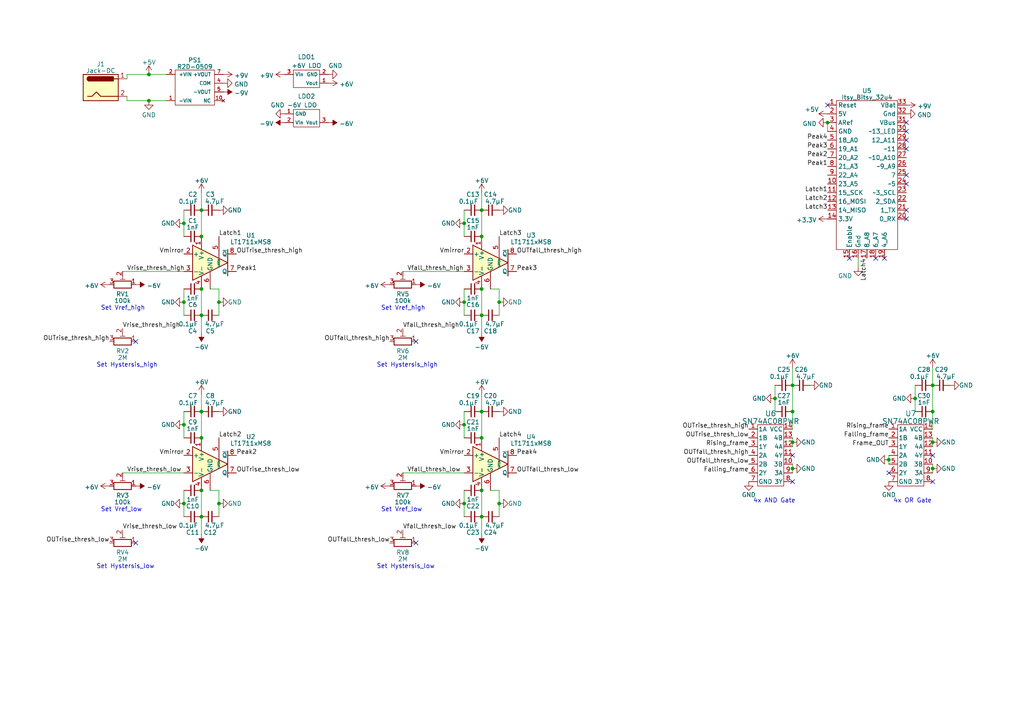
<source format=kicad_sch>
(kicad_sch (version 20230121) (generator eeschema)
  (paper "A4")
  (lib_symbols
    (symbol "Comparator:LT1711xMS8" (pin_names (offset 0.127))
      (property "Reference" "U" (at -5.08 7.62 0))
      (property "Value" "LT1711xMS8" (at 8.89 5.08 0))
      (symbol "LT1711xMS8_0_1"
        (polyline (pts (xy 5.08 3.81) (xy 5.08 -3.81)) (stroke (width 0.254)))
        (polyline (pts (xy -5.08 5.08) (xy 5.08 0) (xy -5.08 -5.08) (xy -5.08 5.08)) (stroke (width 0.254)) (fill (type background)))
      )
      (symbol "LT1711xMS8_1_1"
        (pin power_in line (at -2.54 7.62 270) (length 3.81) (name "V+") (number "1"))
        (pin input line (at -7.62 2.54 0) (length 2.54) (name "+") (number "2"))
        (pin input line (at -7.62 -2.54 0) (length 2.54) (name "-") (number "3"))
        (pin power_in line (at -2.54 -7.62 90) (length 3.81) (name "V-") (number "4"))
        (pin input line (at 2.54 7.62 270) (length 6.35) (name "LATCH") (number "5"))
        (pin power_in line (at 0 -7.62 90) (length 5.08) (name "GND") (number "6"))
        (pin output line (at 7.62 -2.54 180) (length 2.54) (name "Q") (number "7"))
        (pin output line (at 7.62 2.54 180) (length 2.54) (name "~{Q}") (number "8"))
      )
    )
    (symbol "Connector:Jack-DC" (pin_names (offset 1.016))
      (property "Reference" "J" (at 0 5.334 0))
      (property "Value" "Jack-DC" (at 0 -5.08 0))
      (symbol "Jack-DC_0_1"
        (rectangle (start -5.08 3.81) (end 5.08 -3.81) (stroke (width 0.254)) (fill (type background)))
        (arc (start -3.302 3.175) (mid -3.9343 2.54) (end -3.302 1.905) (stroke (width 0.254)))
        (arc (start -3.302 3.175) (mid -3.9343 2.54) (end -3.302 1.905) (stroke (width 0.254)) (fill (type outline)))
        (polyline (pts (xy 5.08 2.54) (xy 3.81 2.54)) (stroke (width 0.254)))
        (polyline (pts (xy -3.81 -2.54) (xy -2.54 -2.54) (xy -1.27 -1.27) (xy 0 -2.54) (xy 2.54 -2.54) (xy 5.08 -2.54)) (stroke (width 0.254)))
        (rectangle (start 3.683 3.175) (end -3.302 1.905) (stroke (width 0.254)) (fill (type outline)))
      )
      (symbol "Jack-DC_1_1"
        (pin passive line (at 7.62 2.54 180) (length 2.54) (name "~") (number "1"))
        (pin passive line (at 7.62 -2.54 180) (length 2.54) (name "~") (number "2"))
      )
    )
    (symbol "Custom:-6V_LDO"
      (property "Reference" "LDO" (at 0 0 0))
      (symbol "-6V_LDO_0_1"
        (rectangle (start -3.81 -1.27) (end 3.81 -6.35))
      )
      (symbol "-6V_LDO_1_0"
        (pin power_in line (at -6.35 -2.54 0) (length 2.54) (name "GND") (number "1"))
        (pin power_in line (at -6.35 -5.08 0) (length 2.54) (name "Vin") (number "2"))
        (pin power_in line (at 6.35 -5.08 180) (length 2.54) (name "Vout") (number "3"))
      )
    )
    (symbol "Custom:6V_LDO"
      (property "Reference" "LDO" (at 2.54 1.27 0))
      (symbol "6V_LDO_0_1"
        (rectangle (start 0 -1.27) (end 7.62 -6.35))
      )
      (symbol "6V_LDO_1_0"
        (pin power_in line (at -2.54 -2.54 0) (length 2.54) (name "Vout") (number "1"))
        (pin power_in line (at -2.54 -5.08 0) (length 2.54) (name "GND") (number "2"))
        (pin power_in line (at 10.16 -5.08 180) (length 2.54) (name "Vin") (number "3"))
      )
    )
    (symbol "Custom:R2D-0509" (pin_names (offset 1.016))
      (property "Reference" "PS" (at -8.89 11.43 0))
      (property "Value" "R2D-0509" (at -8.89 8.89 0))
      (symbol "R2D-0509_0_1"
        (rectangle (start -10.16 8.89) (end 1.27 -1.27))
      )
      (symbol "R2D-0509_1_0"
        (pin input line (at -12.7 0 0) (length 2.54) (name "-VIN") (number "1"))
        (pin no_connect line (at 3.81 0 180) (length 2.54) (name "NC") (number "10"))
        (pin input line (at -12.7 7.62 0) (length 2.54) (name "+VIN") (number "2"))
        (pin power_in line (at 3.81 5.08 180) (length 2.54) (name "COM") (number "4"))
        (pin output line (at 3.81 2.54 180) (length 2.54) (name "-VOUT") (number "5"))
        (pin output line (at 3.81 7.62 180) (length 2.54) (name "+VOUT") (number "7"))
      )
    )
    (symbol "Custom:SN74AC08PWR" (pin_names (offset 0.254))
      (property "Reference" "U" (at 10.16 5.08 0))
      (property "Value" "SN74AC08PWR" (at 10.16 2.54 0))
      (symbol "SN74AC08PWR_1_1"
        (rectangle (start 7.62 1.27) (end 15.24 -16.51))
        (pin input line (at 5.08 0 0) (length 2.54) (name "1A") (number "1"))
        (pin input line (at 17.78 -10.16 180) (length 2.54) (name "3B") (number "10"))
        (pin output line (at 17.78 -7.62 180) (length 2.54) (name "4Y") (number "11"))
        (pin input line (at 17.78 -5.08 180) (length 2.54) (name "4A") (number "12"))
        (pin input line (at 17.78 -2.54 180) (length 2.54) (name "4B") (number "13"))
        (pin power_in line (at 17.78 0 180) (length 2.54) (name "VCC") (number "14"))
        (pin input line (at 5.08 -2.54 0) (length 2.54) (name "1B") (number "2"))
        (pin output line (at 5.08 -5.08 0) (length 2.54) (name "1Y") (number "3"))
        (pin input line (at 5.08 -7.62 0) (length 2.54) (name "2A") (number "4"))
        (pin input line (at 5.08 -10.16 0) (length 2.54) (name "2B") (number "5"))
        (pin output line (at 5.08 -12.7 0) (length 2.54) (name "2Y") (number "6"))
        (pin power_in line (at 5.08 -15.24 0) (length 2.54) (name "GND") (number "7"))
        (pin output line (at 17.78 -15.24 180) (length 2.54) (name "3Y") (number "8"))
        (pin input line (at 17.78 -12.7 180) (length 2.54) (name "3A") (number "9"))
      )
    )
    (symbol "Device:C_Small" (pin_numbers hide) (pin_names (offset 0.254) hide)
      (property "Reference" "C" (at 0.254 1.778 0))
      (property "Value" "C_Small" (at 0.254 -2.032 0))
      (symbol "C_Small_0_1"
        (polyline (pts (xy -1.524 -0.508) (xy 1.524 -0.508)) (stroke (width 0.3302)))
        (polyline (pts (xy -1.524 0.508) (xy 1.524 0.508)) (stroke (width 0.3048)))
      )
      (symbol "C_Small_1_1"
        (pin passive line (at 0 2.54 270) (length 2.032) (name "~") (number "1"))
        (pin passive line (at 0 -2.54 90) (length 2.032) (name "~") (number "2"))
      )
    )
    (symbol "Device:R_Potentiometer_Trim" (pin_names (offset 1.016) hide)
      (property "Reference" "RV" (at -4.445 0 90))
      (property "Value" "R_Potentiometer_Trim" (at -2.54 0 90))
      (symbol "R_Potentiometer_Trim_0_1"
        (polyline (pts (xy 1.524 0.762) (xy 1.524 -0.762)))
        (polyline (pts (xy 2.54 0) (xy 1.524 0)))
        (rectangle (start 1.016 2.54) (end -1.016 -2.54) (stroke (width 0.254)))
      )
      (symbol "R_Potentiometer_Trim_1_1"
        (pin passive line (at 0 3.81 270) (length 1.27) (name "1") (number "1"))
        (pin passive line (at 3.81 0 180) (length 1.27) (name "2") (number "2"))
        (pin passive line (at 0 -3.81 90) (length 1.27) (name "3") (number "3"))
      )
    )
    (symbol "custom:Itsy_Bitsy_32u4"
      (property "Reference" "U" (at 10.16 5.08 0))
      (property "Value" "Itsy_Bitsy_32u4" (at 11.43 2.54 0))
      (symbol "Itsy_Bitsy_32u4_0_0"
        (pin input line (at 0 0 0) (length 2.54) (name "Reset") (number "1"))
        (pin input line (at 0 -22.86 0) (length 2.54) (name "23_A5") (number "10"))
        (pin input line (at 0 -25.4 0) (length 2.54) (name "15_SCK") (number "11"))
        (pin input line (at 0 -27.94 0) (length 2.54) (name "16_MOSI") (number "12"))
        (pin input line (at 0 -30.48 0) (length 2.54) (name "14_MISO") (number "13"))
        (pin input line (at 0 -33.02 0) (length 2.54) (name "3.3V") (number "14"))
        (pin input line (at 6.35 -44.45 90) (length 2.54) (name "Enable") (number "15"))
        (pin power_in line (at 8.89 -44.45 90) (length 2.54) (name "Gnd") (number "16"))
        (pin input line (at 11.43 -44.45 90) (length 2.54) (name "8_A8") (number "17"))
        (pin input line (at 13.97 -44.45 90) (length 2.54) (name "6_A7") (number "18"))
        (pin input line (at 16.51 -44.45 90) (length 2.54) (name "4_A6") (number "19"))
        (pin power_in line (at 0 -2.54 0) (length 2.54) (name "5V") (number "2"))
        (pin input line (at 22.86 -33.02 180) (length 2.54) (name "0_RX") (number "20"))
        (pin input line (at 22.86 -30.48 180) (length 2.54) (name "1_TX") (number "21"))
        (pin input line (at 22.86 -27.94 180) (length 2.54) (name "2_SDA") (number "22"))
        (pin input line (at 22.86 -25.4 180) (length 2.54) (name "~3_SCL") (number "23"))
        (pin input line (at 22.86 -22.86 180) (length 2.54) (name "~5") (number "24"))
        (pin input line (at 22.86 -20.32 180) (length 2.54) (name "7") (number "25"))
        (pin input line (at 22.86 -17.78 180) (length 2.54) (name "~9_A9") (number "26"))
        (pin input line (at 22.86 -15.24 180) (length 2.54) (name "~10_A10") (number "27"))
        (pin input line (at 22.86 -12.7 180) (length 2.54) (name "~11") (number "28"))
        (pin input line (at 22.86 -10.16 180) (length 2.54) (name "12_A11") (number "29"))
        (pin input line (at 0 -5.08 0) (length 2.54) (name "ARef") (number "3"))
        (pin input line (at 22.86 -7.62 180) (length 2.54) (name "~13_LED") (number "30"))
        (pin power_in line (at 22.86 -5.08 180) (length 2.54) (name "VBus") (number "31"))
        (pin power_in line (at 22.86 -2.54 180) (length 2.54) (name "Gnd") (number "32"))
        (pin power_in line (at 22.86 0 180) (length 2.54) (name "VBat") (number "33"))
        (pin power_in line (at 0 -7.62 0) (length 2.54) (name "GND") (number "4"))
        (pin input line (at 0 -10.16 0) (length 2.54) (name "18_A0") (number "5"))
        (pin input line (at 0 -12.7 0) (length 2.54) (name "19_A1") (number "6"))
        (pin input line (at 0 -15.24 0) (length 2.54) (name "20_A2") (number "7"))
        (pin input line (at 0 -17.78 0) (length 2.54) (name "21_A3") (number "8"))
        (pin input line (at 0 -20.32 0) (length 2.54) (name "22_A4") (number "9"))
      )
      (symbol "Itsy_Bitsy_32u4_0_1"
        (rectangle (start 2.54 1.27) (end 20.32 -41.91))
      )
    )
    (symbol "power:+3.3V" (power) (pin_names (offset 0))
      (property "Value" "+3.3V" (at 0 3.556 0))
      (symbol "+3.3V_0_1"
        (polyline (pts (xy -0.762 1.27) (xy 0 2.54)))
        (polyline (pts (xy 0 0) (xy 0 2.54)))
        (polyline (pts (xy 0 2.54) (xy 0.762 1.27)))
      )
      (symbol "+3.3V_1_1"
        (pin power_in line (at 0 0 90) (length 0) hide (name "+3.3V") (number "1"))
      )
    )
    (symbol "power:+5V" (power) (pin_names (offset 0))
      (property "Value" "+5V" (at 0 3.556 0))
      (symbol "+5V_0_1"
        (polyline (pts (xy -0.762 1.27) (xy 0 2.54)))
        (polyline (pts (xy 0 0) (xy 0 2.54)))
        (polyline (pts (xy 0 2.54) (xy 0.762 1.27)))
      )
      (symbol "+5V_1_1"
        (pin power_in line (at 0 0 90) (length 0) hide (name "+5V") (number "1"))
      )
    )
    (symbol "power:+6V" (power) (pin_names (offset 0))
      (property "Value" "+6V" (at 0 3.556 0))
      (symbol "+6V_0_1"
        (polyline (pts (xy -0.762 1.27) (xy 0 2.54)))
        (polyline (pts (xy 0 0) (xy 0 2.54)))
        (polyline (pts (xy 0 2.54) (xy 0.762 1.27)))
      )
      (symbol "+6V_1_1"
        (pin power_in line (at 0 0 90) (length 0) hide (name "+6V") (number "1"))
      )
    )
    (symbol "power:+9V" (power) (pin_names (offset 0))
      (property "Value" "+9V" (at 0 3.556 0))
      (symbol "+9V_0_1"
        (polyline (pts (xy -0.762 1.27) (xy 0 2.54)))
        (polyline (pts (xy 0 0) (xy 0 2.54)))
        (polyline (pts (xy 0 2.54) (xy 0.762 1.27)))
      )
      (symbol "+9V_1_1"
        (pin power_in line (at 0 0 90) (length 0) hide (name "+9V") (number "1"))
      )
    )
    (symbol "power:-6V" (power) (pin_names (offset 0))
      (property "Value" "-6V" (at 0 3.81 0))
      (symbol "-6V_0_0"
        (pin power_in line (at 0 0 90) (length 0) hide (name "-6V") (number "1"))
      )
      (symbol "-6V_0_1"
        (polyline (pts (xy 0 0) (xy 0 1.27) (xy 0.762 1.27) (xy 0 2.54) (xy -0.762 1.27) (xy 0 1.27)) (fill (type outline)))
      )
    )
    (symbol "power:-9V" (power) (pin_names (offset 0))
      (property "Value" "-9V" (at 0 3.81 0))
      (symbol "-9V_0_1"
        (polyline (pts (xy 0 0) (xy 0 2.54)))
        (polyline (pts (xy 0.762 1.27) (xy -0.762 1.27) (xy 0 2.54) (xy 0.762 1.27)) (fill (type outline)))
      )
      (symbol "-9V_1_1"
        (pin power_in line (at 0 0 90) (length 0) hide (name "-9V") (number "1"))
      )
    )
    (symbol "power:GND" (power) (pin_names (offset 0))
      (property "Value" "GND" (at 0 -3.81 0))
      (symbol "GND_0_1"
        (polyline (pts (xy 0 0) (xy 0 -1.27) (xy 1.27 -1.27) (xy 0 -2.54) (xy -1.27 -1.27) (xy 0 -1.27)))
      )
      (symbol "GND_1_1"
        (pin power_in line (at 0 0 270) (length 0) hide (name "GND") (number "1"))
      )
    )
  )
  (junction (at 58.42 83.82))
  (junction (at 58.42 68.58))
  (junction (at 58.42 127))
  (junction (at 53.34 146.05))
  (junction (at 139.7 142.24))
  (junction (at 265.43 115.57))
  (junction (at 58.42 149.86))
  (junction (at 43.18 29.21))
  (junction (at 144.78 87.63))
  (junction (at 63.5 146.05))
  (junction (at 53.34 123.19))
  (junction (at 134.62 87.63))
  (junction (at 63.5 87.63))
  (junction (at 144.78 146.05))
  (junction (at 229.87 119.38))
  (junction (at 270.51 119.38))
  (junction (at 270.51 111.76))
  (junction (at 257.81 133.35))
  (junction (at 134.62 123.19))
  (junction (at 270.51 135.89))
  (junction (at 134.62 64.77))
  (junction (at 139.7 127))
  (junction (at 139.7 68.58))
  (junction (at 58.42 142.24))
  (junction (at 240.03 35.56))
  (junction (at 139.7 91.44))
  (junction (at 224.79 115.57))
  (junction (at 229.87 111.76))
  (junction (at 139.7 83.82))
  (junction (at 229.87 128.27))
  (junction (at 53.34 64.77))
  (junction (at 229.87 135.89))
  (junction (at 58.42 119.38))
  (junction (at 53.34 87.63))
  (junction (at 58.42 60.96))
  (junction (at 139.7 60.96))
  (junction (at 139.7 119.38))
  (junction (at 43.18 21.59))
  (junction (at 139.7 149.86))
  (junction (at 58.42 91.44))
  (junction (at 134.62 146.05))
  (junction (at 270.51 128.27))
  (no_connect (at 262.89 63.5))
  (no_connect (at 254 74.93))
  (no_connect (at 262.89 40.64))
  (no_connect (at 120.65 99.06))
  (no_connect (at 270.51 139.7))
  (no_connect (at 257.81 137.16))
  (no_connect (at 229.87 139.7))
  (no_connect (at 262.89 38.1))
  (no_connect (at 39.37 157.48))
  (no_connect (at 262.89 43.18))
  (no_connect (at 262.89 35.56))
  (no_connect (at 39.37 99.06))
  (no_connect (at 270.51 132.08))
  (no_connect (at 229.87 132.08))
  (no_connect (at 262.89 53.34))
  (no_connect (at 246.38 74.93))
  (no_connect (at 120.65 157.48))
  (no_connect (at 240.03 30.48))
  (no_connect (at 262.89 60.96))
  (no_connect (at 262.89 50.8))
  (no_connect (at 256.54 74.93))
  (wire (pts (xy 257.81 133.35) (xy 257.81 134.62)))
  (wire (pts (xy 257.81 132.08) (xy 257.81 133.35)))
  (wire (pts (xy 134.62 146.05) (xy 134.62 142.24)))
  (wire (pts (xy 248.92 74.93) (xy 248.92 77.47)))
  (wire (pts (xy 134.62 64.77) (xy 134.62 68.58)))
  (wire (pts (xy 270.51 106.68) (xy 270.51 111.76)))
  (wire (pts (xy 240.03 35.56) (xy 240.03 38.1)))
  (wire (pts (xy 60.96 142.24) (xy 63.5 142.24)))
  (wire (pts (xy 58.42 154.94) (xy 58.42 149.86)))
  (wire (pts (xy 139.7 55.88) (xy 139.7 60.96)))
  (wire (pts (xy 36.83 27.94) (xy 36.83 29.21)))
  (wire (pts (xy 53.34 60.96) (xy 53.34 64.77)))
  (wire (pts (xy 270.51 127) (xy 270.51 128.27)))
  (wire (pts (xy 139.7 114.3) (xy 139.7 119.38)))
  (wire (pts (xy 144.78 142.24) (xy 144.78 146.05)))
  (wire (pts (xy 58.42 96.52) (xy 58.42 91.44)))
  (wire (pts (xy 224.79 111.76) (xy 224.79 115.57)))
  (wire (pts (xy 270.51 128.27) (xy 270.51 129.54)))
  (wire (pts (xy 134.62 91.44) (xy 134.62 87.63)))
  (wire (pts (xy 58.42 114.3) (xy 58.42 119.38)))
  (wire (pts (xy 53.34 64.77) (xy 53.34 68.58)))
  (wire (pts (xy 53.34 87.63) (xy 53.34 83.82)))
  (wire (pts (xy 144.78 83.82) (xy 144.78 87.63)))
  (wire (pts (xy 35.56 78.74) (xy 53.34 78.74)))
  (wire (pts (xy 58.42 119.38) (xy 58.42 127)))
  (wire (pts (xy 144.78 87.63) (xy 144.78 91.44)))
  (wire (pts (xy 63.5 142.24) (xy 63.5 146.05)))
  (wire (pts (xy 139.7 149.86) (xy 139.7 142.24)))
  (wire (pts (xy 53.34 146.05) (xy 53.34 142.24)))
  (wire (pts (xy 270.51 119.38) (xy 270.51 124.46)))
  (wire (pts (xy 36.83 29.21) (xy 43.18 29.21)))
  (wire (pts (xy 139.7 91.44) (xy 139.7 83.82)))
  (wire (pts (xy 35.56 137.16) (xy 53.34 137.16)))
  (wire (pts (xy 43.18 29.21) (xy 48.26 29.21)))
  (wire (pts (xy 63.5 146.05) (xy 63.5 149.86)))
  (wire (pts (xy 134.62 60.96) (xy 134.62 64.77)))
  (wire (pts (xy 229.87 128.27) (xy 229.87 129.54)))
  (wire (pts (xy 139.7 96.52) (xy 139.7 91.44)))
  (wire (pts (xy 229.87 106.68) (xy 229.87 111.76)))
  (wire (pts (xy 229.87 119.38) (xy 229.87 124.46)))
  (wire (pts (xy 53.34 123.19) (xy 53.34 127)))
  (wire (pts (xy 142.24 83.82) (xy 144.78 83.82)))
  (wire (pts (xy 270.51 134.62) (xy 270.51 135.89)))
  (wire (pts (xy 265.43 115.57) (xy 265.43 119.38)))
  (wire (pts (xy 58.42 60.96) (xy 58.42 68.58)))
  (wire (pts (xy 60.96 83.82) (xy 63.5 83.82)))
  (wire (pts (xy 116.84 137.16) (xy 134.62 137.16)))
  (wire (pts (xy 229.87 127) (xy 229.87 128.27)))
  (wire (pts (xy 139.7 154.94) (xy 139.7 149.86)))
  (wire (pts (xy 229.87 134.62) (xy 229.87 135.89)))
  (wire (pts (xy 134.62 149.86) (xy 134.62 146.05)))
  (wire (pts (xy 36.83 22.86) (xy 36.83 21.59)))
  (wire (pts (xy 63.5 87.63) (xy 63.5 91.44)))
  (wire (pts (xy 134.62 87.63) (xy 134.62 83.82)))
  (wire (pts (xy 270.51 135.89) (xy 270.51 137.16)))
  (wire (pts (xy 224.79 115.57) (xy 224.79 119.38)))
  (wire (pts (xy 270.51 111.76) (xy 270.51 119.38)))
  (wire (pts (xy 53.34 91.44) (xy 53.34 87.63)))
  (wire (pts (xy 63.5 83.82) (xy 63.5 87.63)))
  (wire (pts (xy 58.42 149.86) (xy 58.42 142.24)))
  (wire (pts (xy 43.18 21.59) (xy 48.26 21.59)))
  (wire (pts (xy 36.83 21.59) (xy 43.18 21.59)))
  (wire (pts (xy 265.43 111.76) (xy 265.43 115.57)))
  (wire (pts (xy 229.87 111.76) (xy 229.87 119.38)))
  (wire (pts (xy 134.62 123.19) (xy 134.62 127)))
  (wire (pts (xy 139.7 60.96) (xy 139.7 68.58)))
  (wire (pts (xy 139.7 119.38) (xy 139.7 127)))
  (wire (pts (xy 134.62 119.38) (xy 134.62 123.19)))
  (wire (pts (xy 116.84 78.74) (xy 134.62 78.74)))
  (wire (pts (xy 53.34 149.86) (xy 53.34 146.05)))
  (wire (pts (xy 142.24 142.24) (xy 144.78 142.24)))
  (wire (pts (xy 58.42 55.88) (xy 58.42 60.96)))
  (wire (pts (xy 229.87 135.89) (xy 229.87 137.16)))
  (wire (pts (xy 144.78 146.05) (xy 144.78 149.86)))
  (wire (pts (xy 58.42 91.44) (xy 58.42 83.82)))
  (wire (pts (xy 53.34 119.38) (xy 53.34 123.19)))
  (text "4x OR Gate" (at 259.08 146.05 0) (effects (font (size 1.27 1.27)) (justify left bottom)))
  (text "Set Vref_low" (at 29.21 148.59 0) (effects (font (size 1.27 1.27)) (justify left bottom)))
  (text "Set Vref_low" (at 110.49 148.59 0) (effects (font (size 1.27 1.27)) (justify left bottom)))
  (text "Set Vref_high" (at 29.21 90.17 0) (effects (font (size 1.27 1.27)) (justify left bottom)))
  (text "Set Hystersis_low" (at 109.22 165.1 0) (effects (font (size 1.27 1.27)) (justify left bottom)))
  (text "Set Hystersis_high" (at 109.22 106.68 0) (effects (font (size 1.27 1.27)) (justify left bottom)))
  (text "Set Hystersis_low" (at 27.94 165.1 0) (effects (font (size 1.27 1.27)) (justify left bottom)))
  (text "Set Vref_high" (at 110.49 90.17 0) (effects (font (size 1.27 1.27)) (justify left bottom)))
  (text "Set Hystersis_high" (at 27.94 106.68 0) (effects (font (size 1.27 1.27)) (justify left bottom)))
  (text "4x AND Gate" (at 218.44 146.05 0) (effects (font (size 1.27 1.27)) (justify left bottom)))
  (label "Vmirror" (at 53.34 132.08 180))
  (label "OUTfall_thresh_low" (at 149.86 137.16 0))
  (label "Peak4" (at 240.03 40.64 180))
  (label "OUTfall_thresh_low" (at 113.03 157.48 180))
  (label "Latch1" (at 63.5 68.58 0))
  (label "Peak1" (at 240.03 48.26 180))
  (label "Falling_frame" (at 257.81 127 180))
  (label "Vfall_thresh_high" (at 116.84 95.25 0))
  (label "Latch4" (at 251.46 74.93 270))
  (label "Latch2" (at 240.03 58.42 180))
  (label "Peak2" (at 68.58 132.08 0))
  (label "Vrise_thresh_high" (at 35.56 95.25 0))
  (label "OUTrise_thresh_low" (at 68.58 137.16 0))
  (label "Vfall_thresh_high" (at 118.11 78.74 0))
  (label "OUTfall_thresh_low" (at 217.17 134.62 180))
  (label "OUTrise_thresh_low" (at 217.17 127 180))
  (label "OUTfall_thresh_high" (at 149.86 73.66 0))
  (label "Vmirror" (at 134.62 73.66 180))
  (label "OUTrise_thresh_low" (at 31.75 157.48 180))
  (label "Latch4" (at 144.78 127 0))
  (label "Peak1" (at 68.58 78.74 0))
  (label "Frame_OUT" (at 257.81 129.54 180))
  (label "OUTrise_thresh_high" (at 68.58 73.66 0))
  (label "Latch3" (at 240.03 60.96 180))
  (label "Vfall_thresh_low" (at 116.84 153.67 0))
  (label "Latch1" (at 240.03 55.88 180))
  (label "Vrise_thresh_low" (at 36.83 137.16 0))
  (label "Falling_frame" (at 217.17 137.16 180))
  (label "Vrise_thresh_high" (at 36.83 78.74 0))
  (label "Vfall_thresh_low" (at 118.11 137.16 0))
  (label "OUTrise_thresh_high" (at 31.75 99.06 180))
  (label "Latch2" (at 63.5 127 0))
  (label "Peak3" (at 149.86 78.74 0))
  (label "OUTfall_thresh_high" (at 113.03 99.06 180))
  (label "Peak3" (at 240.03 43.18 180))
  (label "Vmirror" (at 134.62 132.08 180))
  (label "Latch3" (at 144.78 68.58 0))
  (label "OUTfall_thresh_high" (at 217.17 132.08 180))
  (label "Rising_frame" (at 217.17 129.54 180))
  (label "OUTrise_thresh_high" (at 217.17 124.46 180))
  (label "Vrise_thresh_low" (at 35.56 153.67 0))
  (label "Peak4" (at 149.86 132.08 0))
  (label "Peak2" (at 240.03 45.72 180))
  (label "Rising_frame" (at 257.81 124.46 180))
  (label "Vmirror" (at 53.34 73.66 180))
  (symbol (lib_id "power:GND") (at 265.43 115.57 270) (mirror x) (unit 1)
    (property "Reference" "#PWR058" (effects hide))
    (property "Value" "GND" (at 262.89 115.57 90) (effects (justify right)))
  )
  (symbol (lib_id "power:GND") (at 63.5 60.96 90) (mirror x) (unit 1)
    (property "Reference" "#PWR015" (effects hide))
    (property "Value" "GND" (at 66.04 60.96 90) (effects (justify right)))
  )
  (symbol (lib_id "power:GND") (at 248.92 77.47 0) (unit 1)
    (property "Reference" "#PWR049" (effects hide))
    (property "Value" "GND" (at 245.11 80.01 0))
  )
  (symbol (lib_id "power:GND") (at 144.78 60.96 90) (mirror x) (unit 1)
    (property "Reference" "#PWR030" (effects hide))
    (property "Value" "GND" (at 147.32 60.96 90) (effects (justify right)))
  )
  (symbol (lib_id "power:GND") (at 64.77 24.13 90) (unit 1)
    (property "Reference" "#PWR04" (effects hide))
    (property "Value" "GND" (at 67.945 24.4468 90) (effects (justify right)))
  )
  (symbol (lib_id "power:GND") (at 53.34 64.77 270) (mirror x) (unit 1)
    (property "Reference" "#PWR016" (effects hide))
    (property "Value" "GND" (at 50.8 64.77 90) (effects (justify right)))
  )
  (symbol (lib_id "power:-9V") (at 82.55 35.56 90) (unit 1)
    (property "Reference" "#PWR07" (effects hide))
    (property "Value" "-9V" (at 79.3751 35.8768 90) (effects (justify left)))
  )
  (symbol (lib_id "Device:C_Small") (at 137.16 68.58 90) (unit 1)
    (property "Reference" "C15" (at 137.1663 64.008 90))
    (property "Value" "1nF" (at 137.1663 65.929 90))
    (property "Footprint" "Capacitor_SMD:C_0603_1608Metric" (effects hide))
    (property "Datasheet" "https://product.tdk.com/en/system/files?file=dam/doc/product/capacitor/ceramic/mlcc/catalog/mlcc_automotive_midvoltage_en.pdf" (effects hide))
    (property "Manufacturer" "TDK Corporation" (effects hide))
    (property "Part" "CGA3E2X7R2A102K080AA" (effects hide))
  )
  (symbol (lib_id "power:-6V") (at 39.37 82.55 270) (unit 1)
    (property "Reference" "#PWR019" (effects hide))
    (property "Value" "-6V" (at 42.545 82.8668 90) (effects (justify left)))
  )
  (symbol (lib_id "power:GND") (at 257.81 133.35 270) (mirror x) (unit 1)
    (property "Reference" "#PWR062" (effects hide))
    (property "Value" "GND" (at 255.27 133.35 90) (effects (justify right)))
  )
  (symbol (lib_id "power:+3.3V") (at 240.03 63.5 90) (unit 1)
    (property "Reference" "#PWR048" (effects hide))
    (property "Value" "+3.3V" (at 236.855 63.8168 90) (effects (justify left)))
  )
  (symbol (lib_id "Comparator:LT1711xMS8") (at 60.96 134.62 0) (unit 1)
    (property "Reference" "U2" (at 72.7396 126.6823 0))
    (property "Value" "LT1711xMS8" (at 72.7396 128.6033 0))
    (property "Footprint" "Package_SO:MSOP-8_3x3mm_P0.65mm" (effects hide))
    (property "Datasheet" "https://www.analog.com/media/en/technical-documentation/data-sheets/171112f.pdf" (effects hide))
    (property "Manufacturer" "Analog Devices Inc." (effects hide))
    (property "Part" "LT1711IMS8#TRPBF" (effects hide))
  )
  (symbol (lib_id "Device:C_Small") (at 137.16 91.44 90) (mirror x) (unit 1)
    (property "Reference" "C17" (at 137.1663 96.012 90))
    (property "Value" "0.1µF" (at 135.89 93.98 90))
    (property "Footprint" "Capacitor_SMD:C_0603_1608Metric" (effects hide))
    (property "Datasheet" "https://product.tdk.com/system/files/dam/doc/product/capacitor/ceramic/mlcc/catalog/mlcc_commercial_general_en.pdf" (effects hide))
    (property "Manufacturer" "TDK Corporation" (effects hide))
    (property "Part" "C1608X7R1H104K080AA" (effects hide))
  )
  (symbol (lib_id "Device:C_Small") (at 137.16 149.86 90) (mirror x) (unit 1)
    (property "Reference" "C23" (at 137.1663 154.432 90))
    (property "Value" "0.1µF" (at 135.89 152.4 90))
    (property "Footprint" "Capacitor_SMD:C_0603_1608Metric" (effects hide))
    (property "Datasheet" "https://product.tdk.com/system/files/dam/doc/product/capacitor/ceramic/mlcc/catalog/mlcc_commercial_general_en.pdf" (effects hide))
    (property "Manufacturer" "TDK Corporation" (effects hide))
    (property "Part" "C1608X7R1H104K080AA" (effects hide))
  )
  (symbol (lib_id "power:GND") (at 134.62 146.05 270) (unit 1)
    (property "Reference" "#PWR041" (effects hide))
    (property "Value" "GND" (at 132.08 146.05 90) (effects (justify right)))
  )
  (symbol (lib_id "Device:C_Small") (at 227.33 111.76 90) (unit 1)
    (property "Reference" "C25" (at 227.3363 107.188 90))
    (property "Value" "0.1µF" (at 226.06 109.22 90))
    (property "Footprint" "Capacitor_SMD:C_0603_1608Metric" (effects hide))
    (property "Datasheet" "https://product.tdk.com/system/files/dam/doc/product/capacitor/ceramic/mlcc/catalog/mlcc_commercial_general_en.pdf" (effects hide))
    (property "Manufacturer" "TDK Corporation" (effects hide))
    (property "Part" "C1608X7R1H104K080AA" (effects hide))
  )
  (symbol (lib_id "Device:C_Small") (at 142.24 149.86 90) (mirror x) (unit 1)
    (property "Reference" "C24" (at 142.2463 154.432 90))
    (property "Value" "4.7µF" (at 143.51 152.4 90))
    (property "Footprint" "Capacitor_SMD:C_0603_1608Metric" (effects hide))
    (property "Datasheet" "https://mm.digikey.com/Volume0/opasdata/d220001/medias/docus/609/CL10A475KP8NNNC_Spec.pdf" (effects hide))
    (property "Manufacturer" "Samsung Electro-Mechanics" (effects hide))
    (property "Part" "CL10A475KP8NNNC" (effects hide))
  )
  (symbol (lib_id "Device:C_Small") (at 137.16 127 90) (unit 1)
    (property "Reference" "C21" (at 137.1663 122.428 90))
    (property "Value" "1nF" (at 137.1663 124.349 90))
    (property "Footprint" "Capacitor_SMD:C_0603_1608Metric" (effects hide))
    (property "Datasheet" "https://product.tdk.com/en/system/files?file=dam/doc/product/capacitor/ceramic/mlcc/catalog/mlcc_automotive_midvoltage_en.pdf" (effects hide))
    (property "Manufacturer" "TDK Corporation" (effects hide))
    (property "Part" "CGA3E2X7R2A102K080AA" (effects hide))
  )
  (symbol (lib_id "power:-6V") (at 58.42 96.52 180) (unit 1)
    (property "Reference" "#PWR09" (effects hide))
    (property "Value" "-6V" (at 58.42 100.6555 0))
  )
  (symbol (lib_id "power:GND") (at 134.62 64.77 270) (mirror x) (unit 1)
    (property "Reference" "#PWR029" (effects hide))
    (property "Value" "GND" (at 132.08 64.77 90) (effects (justify right)))
  )
  (symbol (lib_id "Device:C_Small") (at 55.88 127 90) (unit 1)
    (property "Reference" "C9" (at 55.8863 122.428 90))
    (property "Value" "1nF" (at 55.8863 124.349 90))
    (property "Footprint" "Capacitor_SMD:C_0603_1608Metric" (effects hide))
    (property "Datasheet" "https://product.tdk.com/en/system/files?file=dam/doc/product/capacitor/ceramic/mlcc/catalog/mlcc_automotive_midvoltage_en.pdf" (effects hide))
    (property "Manufacturer" "TDK Corporation" (effects hide))
    (property "Part" "CGA3E2X7R2A102K080AA" (effects hide))
  )
  (symbol (lib_id "power:+9V") (at 82.55 21.59 90) (unit 1)
    (property "Reference" "#PWR010" (effects hide))
    (property "Value" "+9V" (at 79.3751 21.9068 90) (effects (justify left)))
  )
  (symbol (lib_id "power:GND") (at 95.25 21.59 90) (mirror x) (unit 1)
    (property "Reference" "#PWR011" (effects hide))
    (property "Value" "GND" (at 95.25 19.05 90) (effects (justify right)))
  )
  (symbol (lib_id "power:-6V") (at 39.37 140.97 270) (unit 1)
    (property "Reference" "#PWR024" (effects hide))
    (property "Value" "-6V" (at 42.545 141.2868 90) (effects (justify left)))
  )
  (symbol (lib_id "power:-6V") (at 139.7 96.52 180) (unit 1)
    (property "Reference" "#PWR035" (effects hide))
    (property "Value" "-6V" (at 139.7 100.6555 0))
  )
  (symbol (lib_id "Device:C_Small") (at 55.88 83.82 90) (mirror x) (unit 1)
    (property "Reference" "C6" (at 55.8863 88.392 90))
    (property "Value" "1nF" (at 55.8863 86.471 90))
    (property "Footprint" "Capacitor_SMD:C_0603_1608Metric" (effects hide))
    (property "Datasheet" "https://product.tdk.com/en/system/files?file=dam/doc/product/capacitor/ceramic/mlcc/catalog/mlcc_automotive_midvoltage_en.pdf" (effects hide))
    (property "Manufacturer" "TDK Corporation" (effects hide))
    (property "Part" "CGA3E2X7R2A102K080AA" (effects hide))
  )
  (symbol (lib_id "power:GND") (at 234.95 111.76 90) (mirror x) (unit 1)
    (property "Reference" "#PWR053" (effects hide))
    (property "Value" "GND" (at 237.49 111.76 90) (effects (justify right)))
  )
  (symbol (lib_id "power:+6V") (at 229.87 106.68 0) (unit 1)
    (property "Reference" "#PWR051" (effects hide))
    (property "Value" "+6V" (at 229.87 103.1781 0))
  )
  (symbol (lib_id "power:GND") (at 134.62 123.19 270) (mirror x) (unit 1)
    (property "Reference" "#PWR037" (effects hide))
    (property "Value" "GND" (at 132.08 123.19 90) (effects (justify right)))
  )
  (symbol (lib_id "power:GND") (at 43.18 29.21 0) (unit 1)
    (property "Reference" "#PWR01" (effects hide))
    (property "Value" "GND" (at 43.18 33.3455 0))
  )
  (symbol (lib_id "power:+6V") (at 31.75 82.55 90) (unit 1)
    (property "Reference" "#PWR014" (effects hide))
    (property "Value" "+6V" (at 28.5751 82.8668 90) (effects (justify left)))
  )
  (symbol (lib_id "power:GND") (at 53.34 123.19 270) (mirror x) (unit 1)
    (property "Reference" "#PWR021" (effects hide))
    (property "Value" "GND" (at 50.8 123.19 90) (effects (justify right)))
  )
  (symbol (lib_id "power:+5V") (at 240.03 33.02 90) (unit 1)
    (property "Reference" "#PWR045" (effects hide))
    (property "Value" "+5V" (at 237.49 31.75 90) (effects (justify left)))
  )
  (symbol (lib_id "custom:Itsy_Bitsy_32u4") (at 240.03 30.48 0) (unit 1)
    (property "Reference" "U5" (at 251.46 26.3271 0))
    (property "Value" "Itsy_Bitsy_32u4" (at 251.46 28.2481 0))
    (property "Footprint" "Custom footprints:Itsy Bitsy 32u4" (effects hide))
    (property "Datasheet" "https://cdn-learn.adafruit.com/downloads/pdf/introducting-itsy-bitsy-32u4.pdf" (effects hide))
    (property "Manufacturer" "Adafruit, Samtec, Sullins" (effects hide))
    (property "Part" "1x Itsy Bitsy - 3677, 1x SSW-105-01-T-S, 2x SSW-114-01-T-S, 1x PRPC040SAAN-RC" (effects hide))
  )
  (symbol (lib_id "Device:C_Small") (at 137.16 142.24 90) (mirror x) (unit 1)
    (property "Reference" "C22" (at 137.1663 146.812 90))
    (property "Value" "1nF" (at 137.1663 144.891 90))
    (property "Footprint" "Capacitor_SMD:C_0603_1608Metric" (effects hide))
    (property "Datasheet" "https://product.tdk.com/en/system/files?file=dam/doc/product/capacitor/ceramic/mlcc/catalog/mlcc_automotive_midvoltage_en.pdf" (effects hide))
    (property "Manufacturer" "TDK Corporation" (effects hide))
    (property "Part" "CGA3E2X7R2A102K080AA" (effects hide))
  )
  (symbol (lib_id "power:GND") (at 53.34 146.05 270) (unit 1)
    (property "Reference" "#PWR025" (effects hide))
    (property "Value" "GND" (at 50.8 146.05 90) (effects (justify right)))
  )
  (symbol (lib_id "Custom:SN74AC08PWR") (at 252.73 124.46 0) (unit 1)
    (property "Reference" "U7" (at 264.16 119.9339 0) (effects (font (size 1.524 1.524))))
    (property "Value" "SN74AC08PWR" (at 264.16 122.1881 0) (effects (font (size 1.524 1.524))))
    (property "Footprint" "PW14" (effects hide))
    (property "Datasheet" "SN74AC08PWR" (effects hide))
  )
  (symbol (lib_id "power:-6V") (at 120.65 82.55 270) (unit 1)
    (property "Reference" "#PWR032" (effects hide))
    (property "Value" "-6V" (at 123.825 82.8668 90) (effects (justify left)))
  )
  (symbol (lib_id "Device:C_Small") (at 55.88 68.58 90) (unit 1)
    (property "Reference" "C1" (at 55.8863 64.008 90))
    (property "Value" "1nF" (at 55.8863 65.929 90))
    (property "Footprint" "Capacitor_SMD:C_0603_1608Metric" (effects hide))
    (property "Datasheet" "https://product.tdk.com/en/system/files?file=dam/doc/product/capacitor/ceramic/mlcc/catalog/mlcc_automotive_midvoltage_en.pdf" (effects hide))
    (property "Manufacturer" "TDK Corporation" (effects hide))
    (property "Part" "CGA3E2X7R2A102K080AA" (effects hide))
  )
  (symbol (lib_id "power:+9V") (at 262.89 30.48 270) (unit 1)
    (property "Reference" "#PWR044" (effects hide))
    (property "Value" "+9V" (at 266.065 30.7968 90) (effects (justify left)))
  )
  (symbol (lib_id "Device:C_Small") (at 137.16 83.82 90) (mirror x) (unit 1)
    (property "Reference" "C16" (at 137.1663 88.392 90))
    (property "Value" "1nF" (at 137.1663 86.471 90))
    (property "Footprint" "Capacitor_SMD:C_0603_1608Metric" (effects hide))
    (property "Datasheet" "https://product.tdk.com/en/system/files?file=dam/doc/product/capacitor/ceramic/mlcc/catalog/mlcc_automotive_midvoltage_en.pdf" (effects hide))
    (property "Manufacturer" "TDK Corporation" (effects hide))
    (property "Part" "CGA3E2X7R2A102K080AA" (effects hide))
  )
  (symbol (lib_id "Device:C_Small") (at 137.16 119.38 90) (unit 1)
    (property "Reference" "C19" (at 137.1663 114.808 90))
    (property "Value" "0.1µF" (at 135.89 116.84 90))
    (property "Footprint" "Capacitor_SMD:C_0603_1608Metric" (effects hide))
    (property "Datasheet" "https://product.tdk.com/system/files/dam/doc/product/capacitor/ceramic/mlcc/catalog/mlcc_commercial_general_en.pdf" (effects hide))
    (property "Manufacturer" "TDK Corporation" (effects hide))
    (property "Part" "C1608X7R1H104K080AA" (effects hide))
  )
  (symbol (lib_id "power:GND") (at 53.34 87.63 270) (unit 1)
    (property "Reference" "#PWR017" (effects hide))
    (property "Value" "GND" (at 50.8 87.63 90) (effects (justify right)))
  )
  (symbol (lib_id "Device:C_Small") (at 273.05 111.76 90) (unit 1)
    (property "Reference" "C29" (at 273.0563 107.188 90))
    (property "Value" "4.7µF" (at 274.32 109.22 90))
    (property "Footprint" "Capacitor_SMD:C_0603_1608Metric" (effects hide))
    (property "Datasheet" "https://mm.digikey.com/Volume0/opasdata/d220001/medias/docus/609/CL10A475KP8NNNC_Spec.pdf" (effects hide))
    (property "Manufacturer" "Samsung Electro-Mechanics" (effects hide))
    (property "Part" "CL10A475KP8NNNC" (effects hide))
  )
  (symbol (lib_id "Custom:6V_LDO") (at 92.71 26.67 180) (unit 1)
    (property "Reference" "LDO1" (at 88.9 16.51 0))
    (property "Value" "+6V LDO" (at 88.9 19.05 0))
    (property "Footprint" "Package_TO_SOT_SMD:SOT-89-3" (effects hide))
    (property "Datasheet" "https://www.mccsemi.com/pdf/Products/MC78L06F(SOT-89).pdf" (effects hide))
    (property "Manufacturer" "Micro Commercial Co" (effects hide))
    (property "Part" "MC78L06F-TP" (effects hide))
  )
  (symbol (lib_id "Device:C_Small") (at 55.88 60.96 90) (unit 1)
    (property "Reference" "C2" (at 55.8863 56.388 90))
    (property "Value" "0.1µF" (at 54.61 58.42 90))
    (property "Footprint" "Capacitor_SMD:C_0603_1608Metric" (effects hide))
    (property "Datasheet" "https://product.tdk.com/system/files/dam/doc/product/capacitor/ceramic/mlcc/catalog/mlcc_commercial_general_en.pdf" (effects hide))
    (property "Manufacturer" "TDK Corporation" (effects hide))
    (property "Part" "C1608X7R1H104K080AA" (effects hide))
  )
  (symbol (lib_id "power:GND") (at 240.03 35.56 270) (unit 1)
    (property "Reference" "#PWR047" (effects hide))
    (property "Value" "GND" (at 236.8551 35.8768 90) (effects (justify right)))
  )
  (symbol (lib_id "power:GND") (at 144.78 119.38 90) (mirror x) (unit 1)
    (property "Reference" "#PWR038" (effects hide))
    (property "Value" "GND" (at 147.32 119.38 90) (effects (justify right)))
  )
  (symbol (lib_id "power:GND") (at 144.78 87.63 90) (mirror x) (unit 1)
    (property "Reference" "#PWR034" (effects hide))
    (property "Value" "GND" (at 147.32 87.63 90) (effects (justify right)))
  )
  (symbol (lib_id "power:+6V") (at 270.51 106.68 0) (unit 1)
    (property "Reference" "#PWR056" (effects hide))
    (property "Value" "+6V" (at 270.51 103.1781 0))
  )
  (symbol (lib_id "Device:C_Small") (at 142.24 119.38 90) (unit 1)
    (property "Reference" "C20" (at 142.2463 114.808 90))
    (property "Value" "4.7µF" (at 143.51 116.84 90))
    (property "Footprint" "Capacitor_SMD:C_0603_1608Metric" (effects hide))
    (property "Datasheet" "https://mm.digikey.com/Volume0/opasdata/d220001/medias/docus/609/CL10A475KP8NNNC_Spec.pdf" (effects hide))
    (property "Manufacturer" "Samsung Electro-Mechanics" (effects hide))
    (property "Part" "CL10A475KP8NNNC" (effects hide))
  )
  (symbol (lib_id "power:+6V") (at 58.42 114.3 0) (unit 1)
    (property "Reference" "#PWR020" (effects hide))
    (property "Value" "+6V" (at 58.42 110.7981 0))
  )
  (symbol (lib_id "Device:C_Small") (at 55.88 149.86 90) (mirror x) (unit 1)
    (property "Reference" "C11" (at 55.8863 154.432 90))
    (property "Value" "0.1µF" (at 54.61 152.4 90))
    (property "Footprint" "Capacitor_SMD:C_0603_1608Metric" (effects hide))
    (property "Datasheet" "https://product.tdk.com/system/files/dam/doc/product/capacitor/ceramic/mlcc/catalog/mlcc_commercial_general_en.pdf" (effects hide))
    (property "Manufacturer" "TDK Corporation" (effects hide))
    (property "Part" "C1608X7R1H104K080AA" (effects hide))
  )
  (symbol (lib_id "Device:C_Small") (at 227.33 119.38 90) (unit 1)
    (property "Reference" "C27" (at 227.3363 114.808 90))
    (property "Value" "1nF" (at 227.3363 116.729 90))
    (property "Footprint" "Capacitor_SMD:C_0603_1608Metric" (effects hide))
    (property "Datasheet" "https://product.tdk.com/en/system/files?file=dam/doc/product/capacitor/ceramic/mlcc/catalog/mlcc_automotive_midvoltage_en.pdf" (effects hide))
    (property "Manufacturer" "TDK Corporation" (effects hide))
    (property "Part" "CGA3E2X7R2A102K080AA" (effects hide))
  )
  (symbol (lib_id "power:GND") (at 63.5 119.38 90) (mirror x) (unit 1)
    (property "Reference" "#PWR022" (effects hide))
    (property "Value" "GND" (at 66.04 119.38 90) (effects (justify right)))
  )
  (symbol (lib_id "power:GND") (at 270.51 128.27 90) (mirror x) (unit 1)
    (property "Reference" "#PWR059" (effects hide))
    (property "Value" "GND" (at 273.05 128.27 90) (effects (justify right)))
  )
  (symbol (lib_id "power:GND") (at 229.87 135.89 90) (mirror x) (unit 1)
    (property "Reference" "#PWR055" (effects hide))
    (property "Value" "GND" (at 232.41 135.89 90) (effects (justify right)))
  )
  (symbol (lib_id "power:GND") (at 82.55 33.02 270) (unit 1)
    (property "Reference" "#PWR06" (effects hide))
    (property "Value" "GND" (at 82.55 30.48 90) (effects (justify right)))
  )
  (symbol (lib_id "Device:R_Potentiometer_Trim") (at 116.84 157.48 270) (mirror x) (unit 1)
    (property "Reference" "RV8" (at 116.84 160.2185 90))
    (property "Value" "2M" (at 116.84 162.1395 90))
    (property "Footprint" "Custom footprints:TRIM_TS63Y104KT20" (effects hide))
    (property "Datasheet" "https://www.vishay.com/doc?51011" (effects hide))
    (property "Manufacturer" "Vishay Sfernice" (effects hide))
    (property "Part" "TS63Y205KT20" (effects hide))
  )
  (symbol (lib_id "Device:R_Potentiometer_Trim") (at 116.84 99.06 270) (mirror x) (unit 1)
    (property "Reference" "RV6" (at 116.84 101.7985 90))
    (property "Value" "2M" (at 116.84 103.7195 90))
    (property "Footprint" "Custom footprints:TRIM_TS63Y104KT20" (effects hide))
    (property "Datasheet" "https://www.vishay.com/doc?51011" (effects hide))
    (property "Manufacturer" "Vishay Sfernice" (effects hide))
    (property "Part" "TS63Y205KT20" (effects hide))
  )
  (symbol (lib_id "power:GND") (at 229.87 128.27 90) (mirror x) (unit 1)
    (property "Reference" "#PWR054" (effects hide))
    (property "Value" "GND" (at 232.41 128.27 90) (effects (justify right)))
  )
  (symbol (lib_id "power:GND") (at 63.5 146.05 90) (mirror x) (unit 1)
    (property "Reference" "#PWR026" (effects hide))
    (property "Value" "GND" (at 66.04 146.05 90) (effects (justify right)))
  )
  (symbol (lib_id "Device:C_Small") (at 55.88 142.24 90) (mirror x) (unit 1)
    (property "Reference" "C10" (at 55.8863 146.812 90))
    (property "Value" "1nF" (at 55.8863 144.891 90))
    (property "Footprint" "Capacitor_SMD:C_0603_1608Metric" (effects hide))
    (property "Datasheet" "https://product.tdk.com/en/system/files?file=dam/doc/product/capacitor/ceramic/mlcc/catalog/mlcc_automotive_midvoltage_en.pdf" (effects hide))
    (property "Manufacturer" "TDK Corporation" (effects hide))
    (property "Part" "CGA3E2X7R2A102K080AA" (effects hide))
  )
  (symbol (lib_id "Connector:Jack-DC") (at 29.21 25.4 0) (unit 1)
    (property "Reference" "J1" (at 29.21 18.5801 0))
    (property "Value" "Jack-DC" (at 29.21 20.5011 0))
  )
  (symbol (lib_id "power:GND") (at 275.59 111.76 90) (mirror x) (unit 1)
    (property "Reference" "#PWR057" (effects hide))
    (property "Value" "GND" (at 278.13 111.76 90) (effects (justify right)))
  )
  (symbol (lib_id "Device:C_Small") (at 267.97 111.76 90) (unit 1)
    (property "Reference" "C28" (at 267.9763 107.188 90))
    (property "Value" "0.1µF" (at 266.7 109.22 90))
    (property "Footprint" "Capacitor_SMD:C_0603_1608Metric" (effects hide))
    (property "Datasheet" "https://product.tdk.com/system/files/dam/doc/product/capacitor/ceramic/mlcc/catalog/mlcc_commercial_general_en.pdf" (effects hide))
    (property "Manufacturer" "TDK Corporation" (effects hide))
    (property "Part" "C1608X7R1H104K080AA" (effects hide))
  )
  (symbol (lib_id "power:GND") (at 134.62 87.63 270) (unit 1)
    (property "Reference" "#PWR033" (effects hide))
    (property "Value" "GND" (at 132.08 87.63 90) (effects (justify right)))
  )
  (symbol (lib_id "Device:C_Small") (at 60.96 119.38 90) (unit 1)
    (property "Reference" "C8" (at 60.9663 114.808 90))
    (property "Value" "4.7µF" (at 62.23 116.84 90))
    (property "Footprint" "Capacitor_SMD:C_0603_1608Metric" (effects hide))
    (property "Datasheet" "https://mm.digikey.com/Volume0/opasdata/d220001/medias/docus/609/CL10A475KP8NNNC_Spec.pdf" (effects hide))
    (property "Manufacturer" "Samsung Electro-Mechanics" (effects hide))
    (property "Part" "CL10A475KP8NNNC" (effects hide))
  )
  (symbol (lib_id "Custom:R2D-0509") (at 60.96 29.21 0) (unit 1)
    (property "Reference" "PS1" (at 56.515 17.4371 0))
    (property "Value" "R2D-0509" (at 56.515 19.3581 0))
    (property "Footprint" "R2D-0509:CONV_R2D-0509" (effects hide))
    (property "PARTREV" "0" (effects hide))
    (property "MANUFACTURER" "RECOM" (effects hide))
    (property "MAXIMUM_PACKAGE_HEIGHT" "9.0mm" (effects hide))
    (property "STANDARD" "Manufacturer Recommendations" (effects hide))
  )
  (symbol (lib_id "Device:C_Small") (at 137.16 60.96 90) (unit 1)
    (property "Reference" "C13" (at 137.1663 56.388 90))
    (property "Value" "0.1µF" (at 135.89 58.42 90))
    (property "Footprint" "Capacitor_SMD:C_0603_1608Metric" (effects hide))
    (property "Datasheet" "https://product.tdk.com/system/files/dam/doc/product/capacitor/ceramic/mlcc/catalog/mlcc_commercial_general_en.pdf" (effects hide))
    (property "Manufacturer" "TDK Corporation" (effects hide))
    (property "Part" "C1608X7R1H104K080AA" (effects hide))
  )
  (symbol (lib_id "power:+6V") (at 139.7 114.3 0) (unit 1)
    (property "Reference" "#PWR036" (effects hide))
    (property "Value" "+6V" (at 139.7 110.7981 0))
  )
  (symbol (lib_id "power:GND") (at 144.78 146.05 90) (mirror x) (unit 1)
    (property "Reference" "#PWR042" (effects hide))
    (property "Value" "GND" (at 147.32 146.05 90) (effects (justify right)))
  )
  (symbol (lib_id "Device:C_Small") (at 55.88 119.38 90) (unit 1)
    (property "Reference" "C7" (at 55.8863 114.808 90))
    (property "Value" "0.1µF" (at 54.61 116.84 90))
    (property "Footprint" "Capacitor_SMD:C_0603_1608Metric" (effects hide))
    (property "Datasheet" "https://product.tdk.com/system/files/dam/doc/product/capacitor/ceramic/mlcc/catalog/mlcc_commercial_general_en.pdf" (effects hide))
    (property "Manufacturer" "TDK Corporation" (effects hide))
    (property "Part" "C1608X7R1H104K080AA" (effects hide))
  )
  (symbol (lib_id "power:-6V") (at 95.25 35.56 270) (unit 1)
    (property "Reference" "#PWR08" (effects hide))
    (property "Value" "-6V" (at 98.425 35.8768 90) (effects (justify left)))
  )
  (symbol (lib_id "Device:C_Small") (at 267.97 119.38 90) (unit 1)
    (property "Reference" "C30" (at 267.9763 114.808 90))
    (property "Value" "1nF" (at 267.9763 116.729 90))
    (property "Footprint" "Capacitor_SMD:C_0603_1608Metric" (effects hide))
    (property "Datasheet" "https://product.tdk.com/en/system/files?file=dam/doc/product/capacitor/ceramic/mlcc/catalog/mlcc_automotive_midvoltage_en.pdf" (effects hide))
    (property "Manufacturer" "TDK Corporation" (effects hide))
    (property "Part" "CGA3E2X7R2A102K080AA" (effects hide))
  )
  (symbol (lib_id "Device:C_Small") (at 55.88 91.44 90) (mirror x) (unit 1)
    (property "Reference" "C4" (at 55.8863 96.012 90))
    (property "Value" "0.1µF" (at 54.61 93.98 90))
    (property "Footprint" "Capacitor_SMD:C_0603_1608Metric" (effects hide))
    (property "Datasheet" "https://product.tdk.com/system/files/dam/doc/product/capacitor/ceramic/mlcc/catalog/mlcc_commercial_general_en.pdf" (effects hide))
    (property "Manufacturer" "TDK Corporation" (effects hide))
    (property "Part" "C1608X7R1H104K080AA" (effects hide))
  )
  (symbol (lib_id "Device:C_Small") (at 60.96 149.86 90) (mirror x) (unit 1)
    (property "Reference" "C12" (at 60.9663 154.432 90))
    (property "Value" "4.7µF" (at 62.23 152.4 90))
    (property "Footprint" "Capacitor_SMD:C_0603_1608Metric" (effects hide))
    (property "Datasheet" "https://mm.digikey.com/Volume0/opasdata/d220001/medias/docus/609/CL10A475KP8NNNC_Spec.pdf" (effects hide))
    (property "Manufacturer" "Samsung Electro-Mechanics" (effects hide))
    (property "Part" "CL10A475KP8NNNC" (effects hide))
  )
  (symbol (lib_id "Device:R_Potentiometer_Trim") (at 116.84 140.97 270) (mirror x) (unit 1)
    (property "Reference" "RV7" (at 116.84 143.7085 90))
    (property "Value" "100k" (at 116.84 145.6295 90))
    (property "Footprint" "Custom footprints:TRIM_TS63Y104KT20" (effects hide))
    (property "Datasheet" "https://www.vishay.com/doc?51011" (effects hide))
    (property "Manufacturer" "Vishay Sfernice" (effects hide))
    (property "Part" "TS63Y104KT20" (effects hide))
  )
  (symbol (lib_id "Device:C_Small") (at 142.24 60.96 90) (unit 1)
    (property "Reference" "C14" (at 142.2463 56.388 90))
    (property "Value" "4.7µF" (at 143.51 58.42 90))
    (property "Footprint" "Capacitor_SMD:C_0603_1608Metric" (effects hide))
    (property "Datasheet" "https://mm.digikey.com/Volume0/opasdata/d220001/medias/docus/609/CL10A475KP8NNNC_Spec.pdf" (effects hide))
    (property "Manufacturer" "Samsung Electro-Mechanics" (effects hide))
    (property "Part" "CL10A475KP8NNNC" (effects hide))
  )
  (symbol (lib_id "power:+5V") (at 43.18 21.59 0) (unit 1)
    (property "Reference" "#PWR02" (effects hide))
    (property "Value" "+5V" (at 43.18 18.0881 0))
  )
  (symbol (lib_id "power:+6V") (at 113.03 82.55 90) (unit 1)
    (property "Reference" "#PWR031" (effects hide))
    (property "Value" "+6V" (at 109.8551 82.8668 90) (effects (justify left)))
  )
  (symbol (lib_id "Device:C_Small") (at 60.96 60.96 90) (unit 1)
    (property "Reference" "C3" (at 60.9663 56.388 90))
    (property "Value" "4.7µF" (at 62.23 58.42 90))
    (property "Footprint" "Capacitor_SMD:C_0603_1608Metric" (effects hide))
    (property "Datasheet" "https://mm.digikey.com/Volume0/opasdata/d220001/medias/docus/609/CL10A475KP8NNNC_Spec.pdf" (effects hide))
    (property "Manufacturer" "Samsung Electro-Mechanics" (effects hide))
    (property "Part" "CL10A475KP8NNNC" (effects hide))
  )
  (symbol (lib_id "power:-6V") (at 120.65 140.97 270) (unit 1)
    (property "Reference" "#PWR040" (effects hide))
    (property "Value" "-6V" (at 123.825 141.2868 90) (effects (justify left)))
  )
  (symbol (lib_id "power:+6V") (at 139.7 55.88 0) (unit 1)
    (property "Reference" "#PWR028" (effects hide))
    (property "Value" "+6V" (at 139.7 52.3781 0))
  )
  (symbol (lib_id "Custom:SN74AC08PWR") (at 212.09 124.46 0) (unit 1)
    (property "Reference" "U6" (at 223.52 119.9339 0) (effects (font (size 1.524 1.524))))
    (property "Value" "SN74AC08PWR" (at 223.52 122.1881 0) (effects (font (size 1.524 1.524))))
    (property "Footprint" "PW14" (effects hide))
    (property "Datasheet" "SN74AC08PWR" (effects hide))
  )
  (symbol (lib_id "power:GND") (at 224.79 115.57 270) (mirror x) (unit 1)
    (property "Reference" "#PWR052" (effects hide))
    (property "Value" "GND" (at 222.25 115.57 90) (effects (justify right)))
  )
  (symbol (lib_id "Device:R_Potentiometer_Trim") (at 35.56 82.55 270) (mirror x) (unit 1)
    (property "Reference" "RV1" (at 35.56 85.2885 90))
    (property "Value" "100k" (at 35.56 87.2095 90))
    (property "Footprint" "Custom footprints:TRIM_TS63Y104KT20" (effects hide))
    (property "Datasheet" "https://www.vishay.com/doc?51011" (effects hide))
    (property "Manufacturer" "Vishay Sfernice" (effects hide))
    (property "Part" "TS63Y104KT20" (effects hide))
  )
  (symbol (lib_id "power:+6V") (at 58.42 55.88 0) (unit 1)
    (property "Reference" "#PWR013" (effects hide))
    (property "Value" "+6V" (at 58.42 52.3781 0))
  )
  (symbol (lib_id "Device:C_Small") (at 232.41 111.76 90) (unit 1)
    (property "Reference" "C26" (at 232.4163 107.188 90))
    (property "Value" "4.7µF" (at 233.68 109.22 90))
    (property "Footprint" "Capacitor_SMD:C_0603_1608Metric" (effects hide))
    (property "Datasheet" "https://mm.digikey.com/Volume0/opasdata/d220001/medias/docus/609/CL10A475KP8NNNC_Spec.pdf" (effects hide))
    (property "Manufacturer" "Samsung Electro-Mechanics" (effects hide))
    (property "Part" "CL10A475KP8NNNC" (effects hide))
  )
  (symbol (lib_id "Comparator:LT1711xMS8") (at 142.24 134.62 0) (unit 1)
    (property "Reference" "U4" (at 154.0196 126.6823 0))
    (property "Value" "LT1711xMS8" (at 154.0196 128.6033 0))
    (property "Footprint" "Package_SO:MSOP-8_3x3mm_P0.65mm" (effects hide))
    (property "Datasheet" "https://www.analog.com/media/en/technical-documentation/data-sheets/171112f.pdf" (effects hide))
    (property "Manufacturer" "Analog Devices Inc." (effects hide))
    (property "Part" "LT1711IMS8#TRPBF" (effects hide))
  )
  (symbol (lib_id "power:GND") (at 257.81 139.7 0) (unit 1)
    (property "Reference" "#PWR061" (effects hide))
    (property "Value" "GND" (at 257.81 143.51 0))
  )
  (symbol (lib_id "power:+6V") (at 95.25 24.13 270) (unit 1)
    (property "Reference" "#PWR012" (effects hide))
    (property "Value" "+6V" (at 98.425 24.4468 90) (effects (justify left)))
  )
  (symbol (lib_id "Comparator:LT1711xMS8") (at 60.96 76.2 0) (unit 1)
    (property "Reference" "U1" (at 72.7396 68.2623 0))
    (property "Value" "LT1711xMS8" (at 72.7396 70.1833 0))
    (property "Footprint" "Package_SO:MSOP-8_3x3mm_P0.65mm" (effects hide))
    (property "Datasheet" "https://www.analog.com/media/en/technical-documentation/data-sheets/171112f.pdf" (effects hide))
    (property "Manufacturer" "Analog Devices Inc." (effects hide))
    (property "Part" "LT1711IMS8#TRPBF" (effects hide))
  )
  (symbol (lib_id "power:-6V") (at 58.42 154.94 180) (unit 1)
    (property "Reference" "#PWR027" (effects hide))
    (property "Value" "-6V" (at 58.42 159.0755 0))
  )
  (symbol (lib_id "Device:C_Small") (at 142.24 91.44 90) (mirror x) (unit 1)
    (property "Reference" "C18" (at 142.2463 96.012 90))
    (property "Value" "4.7µF" (at 143.51 93.98 90))
    (property "Footprint" "Capacitor_SMD:C_0603_1608Metric" (effects hide))
    (property "Datasheet" "https://mm.digikey.com/Volume0/opasdata/d220001/medias/docus/609/CL10A475KP8NNNC_Spec.pdf" (effects hide))
    (property "Manufacturer" "Samsung Electro-Mechanics" (effects hide))
    (property "Part" "CL10A475KP8NNNC" (effects hide))
  )
  (symbol (lib_id "Device:R_Potentiometer_Trim") (at 35.56 99.06 270) (mirror x) (unit 1)
    (property "Reference" "RV2" (at 35.56 101.7985 90))
    (property "Value" "2M" (at 35.56 103.7195 90))
    (property "Footprint" "Custom footprints:TRIM_TS63Y104KT20" (effects hide))
    (property "Datasheet" "https://www.vishay.com/doc?51011" (effects hide))
    (property "Manufacturer" "Vishay Sfernice" (effects hide))
    (property "Part" "TS63Y205KT20" (effects hide))
  )
  (symbol (lib_id "power:+6V") (at 31.75 140.97 90) (unit 1)
    (property "Reference" "#PWR023" (effects hide))
    (property "Value" "+6V" (at 28.5751 141.2868 90) (effects (justify left)))
  )
  (symbol (lib_id "Device:R_Potentiometer_Trim") (at 35.56 140.97 270) (mirror x) (unit 1)
    (property "Reference" "RV3" (at 35.56 143.7085 90))
    (property "Value" "100k" (at 35.56 145.6295 90))
    (property "Footprint" "Custom footprints:TRIM_TS63Y104KT20" (effects hide))
    (property "Datasheet" "https://www.vishay.com/doc?51011" (effects hide))
    (property "Manufacturer" "Vishay Sfernice" (effects hide))
    (property "Part" "TS63Y104KT20" (effects hide))
  )
  (symbol (lib_id "power:-9V") (at 64.77 26.67 270) (unit 1)
    (property "Reference" "#PWR05" (effects hide))
    (property "Value" "-9V" (at 67.945 26.9868 90) (effects (justify left)))
  )
  (symbol (lib_id "Device:R_Potentiometer_Trim") (at 35.56 157.48 270) (mirror x) (unit 1)
    (property "Reference" "RV4" (at 35.56 160.2185 90))
    (property "Value" "2M" (at 35.56 162.1395 90))
    (property "Footprint" "Custom footprints:TRIM_TS63Y104KT20" (effects hide))
    (property "Datasheet" "https://www.vishay.com/doc?51011" (effects hide))
    (property "Manufacturer" "Vishay Sfernice" (effects hide))
    (property "Part" "TS63Y205KT20" (effects hide))
  )
  (symbol (lib_id "power:GND") (at 217.17 139.7 0) (unit 1)
    (property "Reference" "#PWR050" (effects hide))
    (property "Value" "GND" (at 217.17 143.51 0))
  )
  (symbol (lib_id "power:GND") (at 262.89 33.02 90) (unit 1)
    (property "Reference" "#PWR046" (effects hide))
    (property "Value" "GND" (at 266.065 33.3368 90) (effects (justify right)))
  )
  (symbol (lib_id "Comparator:LT1711xMS8") (at 142.24 76.2 0) (unit 1)
    (property "Reference" "U3" (at 154.0196 68.2623 0))
    (property "Value" "LT1711xMS8" (at 154.0196 70.1833 0))
    (property "Footprint" "Package_SO:MSOP-8_3x3mm_P0.65mm" (effects hide))
    (property "Datasheet" "https://www.analog.com/media/en/technical-documentation/data-sheets/171112f.pdf" (effects hide))
    (property "Manufacturer" "Analog Devices Inc." (effects hide))
    (property "Part" "LT1711IMS8#TRPBF" (effects hide))
  )
  (symbol (lib_id "power:GND") (at 270.51 135.89 90) (mirror x) (unit 1)
    (property "Reference" "#PWR060" (effects hide))
    (property "Value" "GND" (at 273.05 135.89 90) (effects (justify right)))
  )
  (symbol (lib_id "Custom:-6V_LDO") (at 88.9 30.48 0) (unit 1)
    (property "Reference" "LDO2" (at 88.9 27.94 0))
    (property "Value" "-6V LDO" (at 87.63 30.48 0))
    (property "Footprint" "Package_TO_SOT_SMD:SOT-89-3" (effects hide))
    (property "Datasheet" "https://www.mccsemi.com/pdf/Products/MC79L06F(SOT-89).pdf" (effects hide))
    (property "Manufacturer" "Micro Commercial Co" (effects hide))
    (property "Part" "MC79L06F-TP" (effects hide))
  )
  (symbol (lib_id "Device:C_Small") (at 60.96 91.44 90) (mirror x) (unit 1)
    (property "Reference" "C5" (at 60.9663 96.012 90))
    (property "Value" "4.7µF" (at 62.23 93.98 90))
    (property "Footprint" "Capacitor_SMD:C_0603_1608Metric" (effects hide))
    (property "Datasheet" "https://mm.digikey.com/Volume0/opasdata/d220001/medias/docus/609/CL10A475KP8NNNC_Spec.pdf" (effects hide))
    (property "Manufacturer" "Samsung Electro-Mechanics" (effects hide))
    (property "Part" "CL10A475KP8NNNC" (effects hide))
  )
  (symbol (lib_id "power:-6V") (at 139.7 154.94 180) (unit 1)
    (property "Reference" "#PWR043" (effects hide))
    (property "Value" "-6V" (at 139.7 159.0755 0))
  )
  (symbol (lib_id "power:+9V") (at 64.77 21.59 270) (unit 1)
    (property "Reference" "#PWR03" (effects hide))
    (property "Value" "+9V" (at 67.945 21.9068 90) (effects (justify left)))
  )
  (symbol (lib_id "power:GND") (at 63.5 87.63 90) (mirror x) (unit 1)
    (property "Reference" "#PWR018" (effects hide))
    (property "Value" "GND" (at 66.04 87.63 90) (effects (justify right)))
  )
  (symbol (lib_id "power:+6V") (at 113.03 140.97 90) (unit 1)
    (property "Reference" "#PWR039" (effects hide))
    (property "Value" "+6V" (at 109.8551 141.2868 90) (effects (justify left)))
  )
  (symbol (lib_id "Device:R_Potentiometer_Trim") (at 116.84 82.55 270) (mirror x) (unit 1)
    (property "Reference" "RV5" (at 116.84 85.2885 90))
    (property "Value" "100k" (at 116.84 87.2095 90))
    (property "Footprint" "Custom footprints:TRIM_TS63Y104KT20" (effects hide))
    (property "Datasheet" "https://www.vishay.com/doc?51011" (effects hide))
    (property "Manufacturer" "Vishay Sfernice" (effects hide))
    (property "Part" "TS63Y104KT20" (effects hide))
  )
)
</source>
